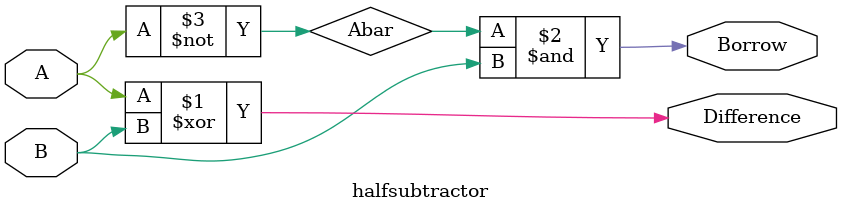
<source format=v>
`timescale 1ns / 1ps
module halfsubtractor(A,B,Borrow,Difference);
input A,B;
wire Abar;
output Borrow,Difference;
not U1(Abar,A);
xor U2(Difference,A,B);
and U3(Borrow,Abar,B);
endmodule

</source>
